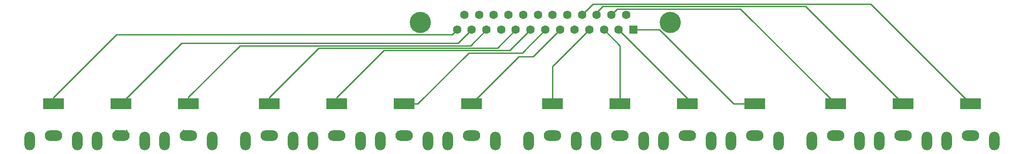
<source format=gbr>
%TF.GenerationSoftware,KiCad,Pcbnew,(5.1.10-1-10_14)*%
%TF.CreationDate,2021-07-21T12:25:41-07:00*%
%TF.ProjectId,PASCAL_switchboard,50415343-414c-45f7-9377-69746368626f,rev?*%
%TF.SameCoordinates,Original*%
%TF.FileFunction,Copper,L1,Top*%
%TF.FilePolarity,Positive*%
%FSLAX46Y46*%
G04 Gerber Fmt 4.6, Leading zero omitted, Abs format (unit mm)*
G04 Created by KiCad (PCBNEW (5.1.10-1-10_14)) date 2021-07-21 12:25:41*
%MOMM*%
%LPD*%
G01*
G04 APERTURE LIST*
%TA.AperFunction,ComponentPad*%
%ADD10R,1.600000X1.600000*%
%TD*%
%TA.AperFunction,ComponentPad*%
%ADD11C,1.600000*%
%TD*%
%TA.AperFunction,ComponentPad*%
%ADD12C,4.000000*%
%TD*%
%TA.AperFunction,ComponentPad*%
%ADD13O,2.000000X3.500000*%
%TD*%
%TA.AperFunction,ComponentPad*%
%ADD14O,3.300000X2.000000*%
%TD*%
%TA.AperFunction,ComponentPad*%
%ADD15R,4.000000X2.000000*%
%TD*%
%TA.AperFunction,Conductor*%
%ADD16C,0.250000*%
%TD*%
G04 APERTURE END LIST*
D10*
%TO.P,DB25,1*%
%TO.N,Net-(5V_1-Pad1)*%
X196850000Y-48260000D03*
D11*
%TO.P,DB25,2*%
%TO.N,Net-(5V_2-Pad1)*%
X194080000Y-48260000D03*
%TO.P,DB25,3*%
%TO.N,Net-(5V_3-Pad1)*%
X191310000Y-48260000D03*
%TO.P,DB25,4*%
%TO.N,Net-(5V_4-Pad1)*%
X188540000Y-48260000D03*
%TO.P,DB25,5*%
%TO.N,Net-(5V_1-Pad2)*%
X185770000Y-48260000D03*
%TO.P,DB25,6*%
%TO.N,Net-(12V_1-Pad1)*%
X183000000Y-48260000D03*
%TO.P,DB25,7*%
%TO.N,Net-(12V_2-Pad1)*%
X180230000Y-48260000D03*
%TO.P,DB25,8*%
%TO.N,Net-(12V_3-Pad1)*%
X177460000Y-48260000D03*
%TO.P,DB25,9*%
%TO.N,Net-(12V_4-Pad1)*%
X174690000Y-48260000D03*
%TO.P,DB25,10*%
%TO.N,Net-(12V_1-Pad2)*%
X171920000Y-48260000D03*
%TO.P,DB25,11*%
%TO.N,Net-(24V_1-Pad1)*%
X169150000Y-48260000D03*
%TO.P,DB25,12*%
%TO.N,Net-(24V_2-Pad1)*%
X166380000Y-48260000D03*
%TO.P,DB25,13*%
%TO.N,Net-(24V_3-Pad1)*%
X163610000Y-48260000D03*
%TO.P,DB25,14*%
%TO.N,Net-(24V_1-Pad2)*%
X195465000Y-45420000D03*
%TO.P,DB25,15*%
%TO.N,Net-(DB25-Pad15)*%
X192695000Y-45420000D03*
%TO.P,DB25,16*%
%TO.N,Net-(DB25-Pad16)*%
X189925000Y-45420000D03*
%TO.P,DB25,17*%
%TO.N,Net-(DB25-Pad17)*%
X187155000Y-45420000D03*
%TO.P,DB25,18*%
%TO.N,Net-(DB25-Pad18)*%
X184385000Y-45420000D03*
%TO.P,DB25,19*%
%TO.N,Net-(DB25-Pad19)*%
X181615000Y-45420000D03*
%TO.P,DB25,20*%
%TO.N,Net-(DB25-Pad20)*%
X178845000Y-45420000D03*
%TO.P,DB25,21*%
%TO.N,Net-(DB25-Pad21)*%
X176075000Y-45420000D03*
%TO.P,DB25,22*%
%TO.N,Net-(DB25-Pad22)*%
X173305000Y-45420000D03*
%TO.P,DB25,23*%
%TO.N,Net-(DB25-Pad23)*%
X170535000Y-45420000D03*
%TO.P,DB25,24*%
%TO.N,Net-(DB25-Pad24)*%
X167765000Y-45420000D03*
%TO.P,DB25,25*%
%TO.N,Net-(DB25-Pad25)*%
X164995000Y-45420000D03*
D12*
%TO.P,DB25,0*%
%TO.N,Net-(DB25-Pad0)*%
X203780000Y-46840000D03*
X156680000Y-46840000D03*
%TD*%
D13*
%TO.P,12V_1,MP*%
%TO.N,N/C*%
X170870000Y-69230000D03*
X161870000Y-69230000D03*
D14*
%TO.P,12V_1,2*%
%TO.N,Net-(12V_1-Pad2)*%
X166370000Y-68230000D03*
D15*
%TO.P,12V_1,1*%
%TO.N,Net-(12V_1-Pad1)*%
X166370000Y-62230000D03*
%TD*%
D13*
%TO.P,12V_2,MP*%
%TO.N,N/C*%
X158170000Y-69230000D03*
X149170000Y-69230000D03*
D14*
%TO.P,12V_2,2*%
%TO.N,Net-(12V_1-Pad2)*%
X153670000Y-68230000D03*
D15*
%TO.P,12V_2,1*%
%TO.N,Net-(12V_2-Pad1)*%
X153670000Y-62230000D03*
%TD*%
%TO.P,12V_3,1*%
%TO.N,Net-(12V_3-Pad1)*%
X140970000Y-62230000D03*
D14*
%TO.P,12V_3,2*%
%TO.N,Net-(12V_1-Pad2)*%
X140970000Y-68230000D03*
D13*
%TO.P,12V_3,MP*%
%TO.N,N/C*%
X136470000Y-69230000D03*
X145470000Y-69230000D03*
%TD*%
%TO.P,12V_4,MP*%
%TO.N,N/C*%
X132770000Y-69230000D03*
X123770000Y-69230000D03*
D14*
%TO.P,12V_4,2*%
%TO.N,Net-(12V_1-Pad2)*%
X128270000Y-68230000D03*
D15*
%TO.P,12V_4,1*%
%TO.N,Net-(12V_4-Pad1)*%
X128270000Y-62230000D03*
%TD*%
D13*
%TO.P,24V_1,MP*%
%TO.N,N/C*%
X117530000Y-69230000D03*
X108530000Y-69230000D03*
D14*
%TO.P,24V_1,2*%
%TO.N,Net-(24V_1-Pad2)*%
X113030000Y-68230000D03*
D15*
%TO.P,24V_1,1*%
%TO.N,Net-(24V_1-Pad1)*%
X113030000Y-62230000D03*
%TD*%
%TO.P,24V_2,1*%
%TO.N,Net-(24V_2-Pad1)*%
X100330000Y-62230000D03*
D14*
%TO.P,24V_2,2*%
%TO.N,Net-(24V_1-Pad2)*%
X100330000Y-68230000D03*
D13*
%TO.P,24V_2,MP*%
%TO.N,N/C*%
X95830000Y-69230000D03*
X104830000Y-69230000D03*
%TD*%
%TO.P,24V_3,MP*%
%TO.N,N/C*%
X92130000Y-69230000D03*
X83130000Y-69230000D03*
D14*
%TO.P,24V_3,2*%
%TO.N,Net-(24V_1-Pad2)*%
X87630000Y-68230000D03*
D15*
%TO.P,24V_3,1*%
%TO.N,Net-(24V_3-Pad1)*%
X87630000Y-62230000D03*
%TD*%
%TO.P,5V_1,1*%
%TO.N,Net-(5V_1-Pad1)*%
X219710000Y-62230000D03*
D14*
%TO.P,5V_1,2*%
%TO.N,Net-(5V_1-Pad2)*%
X219710000Y-68230000D03*
D13*
%TO.P,5V_1,MP*%
%TO.N,N/C*%
X215210000Y-69230000D03*
X224210000Y-69230000D03*
%TD*%
%TO.P,5V_2,MP*%
%TO.N,N/C*%
X211510000Y-69230000D03*
X202510000Y-69230000D03*
D14*
%TO.P,5V_2,2*%
%TO.N,Net-(5V_1-Pad2)*%
X207010000Y-68230000D03*
D15*
%TO.P,5V_2,1*%
%TO.N,Net-(5V_2-Pad1)*%
X207010000Y-62230000D03*
%TD*%
%TO.P,5V_3,1*%
%TO.N,Net-(5V_3-Pad1)*%
X194310000Y-62230000D03*
D14*
%TO.P,5V_3,2*%
%TO.N,Net-(5V_1-Pad2)*%
X194310000Y-68230000D03*
D13*
%TO.P,5V_3,MP*%
%TO.N,N/C*%
X189810000Y-69230000D03*
X198810000Y-69230000D03*
%TD*%
D15*
%TO.P,5V_4,1*%
%TO.N,Net-(5V_4-Pad1)*%
X181610000Y-62230000D03*
D14*
%TO.P,5V_4,2*%
%TO.N,Net-(5V_1-Pad2)*%
X181610000Y-68230000D03*
D13*
%TO.P,5V_4,MP*%
%TO.N,N/C*%
X177110000Y-69230000D03*
X186110000Y-69230000D03*
%TD*%
D15*
%TO.P,Free_1,1*%
%TO.N,Net-(DB25-Pad15)*%
X234950000Y-62230000D03*
D14*
%TO.P,Free_1,2*%
%TO.N,Net-(DB25-Pad18)*%
X234950000Y-68230000D03*
D13*
%TO.P,Free_1,MP*%
%TO.N,N/C*%
X230450000Y-69230000D03*
X239450000Y-69230000D03*
%TD*%
%TO.P,Free_2,MP*%
%TO.N,N/C*%
X252150000Y-69230000D03*
X243150000Y-69230000D03*
D14*
%TO.P,Free_2,2*%
%TO.N,Net-(DB25-Pad18)*%
X247650000Y-68230000D03*
D15*
%TO.P,Free_2,1*%
%TO.N,Net-(DB25-Pad16)*%
X247650000Y-62230000D03*
%TD*%
%TO.P,Free_3,1*%
%TO.N,Net-(DB25-Pad17)*%
X260350000Y-62230000D03*
D14*
%TO.P,Free_3,2*%
%TO.N,Net-(DB25-Pad18)*%
X260350000Y-68230000D03*
D13*
%TO.P,Free_3,MP*%
%TO.N,N/C*%
X255850000Y-69230000D03*
X264850000Y-69230000D03*
%TD*%
D16*
%TO.N,Net-(12V_1-Pad1)*%
X183000000Y-48260000D02*
X177920000Y-53340000D01*
X175260000Y-53340000D02*
X166370000Y-62230000D01*
X177920000Y-53340000D02*
X175260000Y-53340000D01*
%TO.N,Net-(12V_2-Pad1)*%
X153670000Y-62230000D02*
X156210000Y-62230000D01*
X175889960Y-52600040D02*
X180230000Y-48260000D01*
X165839960Y-52600040D02*
X175889960Y-52600040D01*
X156210000Y-62230000D02*
X165839960Y-52600040D01*
%TO.N,Net-(12V_3-Pad1)*%
X140970000Y-60980000D02*
X149799970Y-52150030D01*
X173569970Y-52150030D02*
X177460000Y-48260000D01*
X149799970Y-52150030D02*
X173569970Y-52150030D01*
X140970000Y-62230000D02*
X140970000Y-60980000D01*
%TO.N,Net-(12V_4-Pad1)*%
X137549980Y-51700020D02*
X171249980Y-51700020D01*
X171249980Y-51700020D02*
X174690000Y-48260000D01*
X128270000Y-60980000D02*
X137549980Y-51700020D01*
X128270000Y-62230000D02*
X128270000Y-60980000D01*
%TO.N,Net-(24V_1-Pad2)*%
X99254990Y-67154990D02*
X100330000Y-68230000D01*
X111954990Y-67154990D02*
X113030000Y-68230000D01*
X100330000Y-68230000D02*
X101405010Y-67154990D01*
%TO.N,Net-(24V_1-Pad1)*%
X113030000Y-62230000D02*
X113030000Y-60960000D01*
X166159990Y-51250010D02*
X169150000Y-48260000D01*
X122739990Y-51250010D02*
X166159990Y-51250010D01*
X113030000Y-60960000D02*
X122739990Y-51250010D01*
%TO.N,Net-(24V_2-Pad1)*%
X166380000Y-48260000D02*
X163840000Y-50800000D01*
X111760000Y-50800000D02*
X100330000Y-62230000D01*
X163840000Y-50800000D02*
X111760000Y-50800000D01*
%TO.N,Net-(24V_3-Pad1)*%
X162704999Y-49165001D02*
X163610000Y-48260000D01*
X99444999Y-49165001D02*
X162704999Y-49165001D01*
X87630000Y-60980000D02*
X99444999Y-49165001D01*
X87630000Y-62230000D02*
X87630000Y-60980000D01*
%TO.N,Net-(5V_1-Pad1)*%
X215728998Y-62230000D02*
X201758998Y-48260000D01*
X201758998Y-48260000D02*
X196850000Y-48260000D01*
X219710000Y-62230000D02*
X215728998Y-62230000D01*
%TO.N,Net-(5V_2-Pad1)*%
X207010000Y-61190000D02*
X194080000Y-48260000D01*
X207010000Y-62230000D02*
X207010000Y-61190000D01*
%TO.N,Net-(5V_3-Pad1)*%
X194310000Y-51260000D02*
X191310000Y-48260000D01*
X194310000Y-62230000D02*
X194310000Y-51260000D01*
%TO.N,Net-(5V_4-Pad1)*%
X181610000Y-55190000D02*
X188540000Y-48260000D01*
X181610000Y-62230000D02*
X181610000Y-55190000D01*
%TO.N,Net-(DB25-Pad15)*%
X193820001Y-44294999D02*
X192695000Y-45420000D01*
X217014999Y-44294999D02*
X193820001Y-44294999D01*
X234950000Y-62230000D02*
X217014999Y-44294999D01*
%TO.N,Net-(DB25-Pad16)*%
X229264990Y-43844990D02*
X191105010Y-43844990D01*
X247650000Y-62230000D02*
X229264990Y-43844990D01*
X189925000Y-45025000D02*
X189925000Y-45420000D01*
X191105010Y-43844990D02*
X189925000Y-45025000D01*
%TO.N,Net-(DB25-Pad17)*%
X187155000Y-45420000D02*
X189180019Y-43394981D01*
X241514981Y-43394981D02*
X260350000Y-62230000D01*
X239815019Y-43394981D02*
X241514981Y-43394981D01*
X189180019Y-43394981D02*
X239815019Y-43394981D01*
X239815019Y-43394981D02*
X240244981Y-43394981D01*
%TD*%
M02*

</source>
